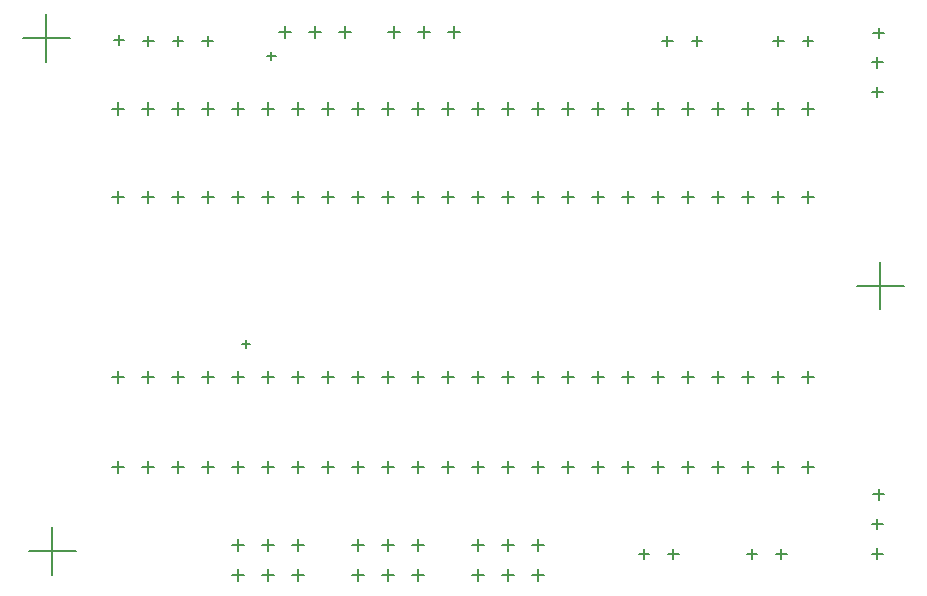
<source format=gbr>
%TF.GenerationSoftware,Altium Limited,Altium Designer,19.1.8 (144)*%
G04 Layer_Color=128*
%FSLAX26Y26*%
%MOIN*%
%TF.FileFunction,Drillmap*%
%TF.Part,Single*%
G01*
G75*
%TA.AperFunction,NonConductor*%
%ADD48C,0.005000*%
D48*
X2872284Y211575D02*
X2907716D01*
X2890000Y193858D02*
Y229291D01*
X2872284Y310000D02*
X2907716D01*
X2890000Y292284D02*
Y327716D01*
X2876220Y408425D02*
X2911653D01*
X2893937Y390709D02*
Y426142D01*
X2876220Y1946850D02*
X2911653D01*
X2893937Y1929134D02*
Y1964567D01*
X2872284Y1848425D02*
X2907716D01*
X2890000Y1830709D02*
Y1866142D01*
X2872284Y1750000D02*
X2907716D01*
X2890000Y1732284D02*
Y1767716D01*
X2640709Y1920000D02*
X2676142D01*
X2658425Y1902284D02*
Y1937716D01*
X2542284Y1920000D02*
X2577716D01*
X2560000Y1902284D02*
Y1937716D01*
X2093858Y210000D02*
X2129291D01*
X2111575Y192284D02*
Y227716D01*
X2192284Y210000D02*
X2227716D01*
X2210000Y192284D02*
Y227716D01*
X540000Y800000D02*
X580000D01*
X560000Y780000D02*
Y820000D01*
X740000Y800000D02*
X780000D01*
X760000Y780000D02*
Y820000D01*
X640000Y800000D02*
X680000D01*
X660000Y780000D02*
Y820000D01*
X440000Y800000D02*
X480000D01*
X460000Y780000D02*
Y820000D01*
X340000Y800000D02*
X380000D01*
X360000Y780000D02*
Y820000D01*
X1040000Y800000D02*
X1080000D01*
X1060000Y780000D02*
Y820000D01*
X940000Y800000D02*
X980000D01*
X960000Y780000D02*
Y820000D01*
X840000Y800000D02*
X880000D01*
X860000Y780000D02*
Y820000D01*
X1240000Y800000D02*
X1280000D01*
X1260000Y780000D02*
Y820000D01*
X1140000Y800000D02*
X1180000D01*
X1160000Y780000D02*
Y820000D01*
X440000Y1400000D02*
X480000D01*
X460000Y1380000D02*
Y1420000D01*
X340000Y1400000D02*
X380000D01*
X360000Y1380000D02*
Y1420000D01*
X640000Y1400000D02*
X680000D01*
X660000Y1380000D02*
Y1420000D01*
X540000Y1400000D02*
X580000D01*
X560000Y1380000D02*
Y1420000D01*
X840000Y1400000D02*
X880000D01*
X860000Y1380000D02*
Y1420000D01*
X740000Y1400000D02*
X780000D01*
X760000Y1380000D02*
Y1420000D01*
X1040000Y1400000D02*
X1080000D01*
X1060000Y1380000D02*
Y1420000D01*
X940000Y1400000D02*
X980000D01*
X960000Y1380000D02*
Y1420000D01*
X1240000Y1400000D02*
X1280000D01*
X1260000Y1380000D02*
Y1420000D01*
X1140000Y1400000D02*
X1180000D01*
X1160000Y1380000D02*
Y1420000D01*
X1740000Y800000D02*
X1780000D01*
X1760000Y780000D02*
Y820000D01*
X1940000Y800000D02*
X1980000D01*
X1960000Y780000D02*
Y820000D01*
X1840000Y800000D02*
X1880000D01*
X1860000Y780000D02*
Y820000D01*
X1440000Y800000D02*
X1480000D01*
X1460000Y780000D02*
Y820000D01*
X1340000Y800000D02*
X1380000D01*
X1360000Y780000D02*
Y820000D01*
X1640000Y800000D02*
X1680000D01*
X1660000Y780000D02*
Y820000D01*
X1540000Y800000D02*
X1580000D01*
X1560000Y780000D02*
Y820000D01*
X2140000Y800000D02*
X2180000D01*
X2160000Y780000D02*
Y820000D01*
X2040000Y800000D02*
X2080000D01*
X2060000Y780000D02*
Y820000D01*
X2340000Y800000D02*
X2380000D01*
X2360000Y780000D02*
Y820000D01*
X2240000Y800000D02*
X2280000D01*
X2260000Y780000D02*
Y820000D01*
X2640000Y800000D02*
X2680000D01*
X2660000Y780000D02*
Y820000D01*
X2440000Y800000D02*
X2480000D01*
X2460000Y780000D02*
Y820000D01*
X1740000Y1400000D02*
X1780000D01*
X1760000Y1380000D02*
Y1420000D01*
X1940000Y1400000D02*
X1980000D01*
X1960000Y1380000D02*
Y1420000D01*
X1840000Y1400000D02*
X1880000D01*
X1860000Y1380000D02*
Y1420000D01*
X1440000Y1400000D02*
X1480000D01*
X1460000Y1380000D02*
Y1420000D01*
X1340000Y1400000D02*
X1380000D01*
X1360000Y1380000D02*
Y1420000D01*
X1640000Y1400000D02*
X1680000D01*
X1660000Y1380000D02*
Y1420000D01*
X1540000Y1400000D02*
X1580000D01*
X1560000Y1380000D02*
Y1420000D01*
X2140000Y1400000D02*
X2180000D01*
X2160000Y1380000D02*
Y1420000D01*
X2040000Y1400000D02*
X2080000D01*
X2060000Y1380000D02*
Y1420000D01*
X2540000Y800000D02*
X2580000D01*
X2560000Y780000D02*
Y820000D01*
X2240000Y1400000D02*
X2280000D01*
X2260000Y1380000D02*
Y1420000D01*
X2440000Y1400000D02*
X2480000D01*
X2460000Y1380000D02*
Y1420000D01*
X2340000Y1400000D02*
X2380000D01*
X2360000Y1380000D02*
Y1420000D01*
X2640000Y1400000D02*
X2680000D01*
X2660000Y1380000D02*
Y1420000D01*
X2540000Y1400000D02*
X2580000D01*
X2560000Y1380000D02*
Y1420000D01*
X2172284Y1920000D02*
X2207716D01*
X2190000Y1902284D02*
Y1937716D01*
X2270709Y1920000D02*
X2306142D01*
X2288425Y1902284D02*
Y1937716D01*
X639134Y1920000D02*
X674567D01*
X656850Y1902284D02*
Y1937716D01*
X540709Y1920000D02*
X576142D01*
X558425Y1902284D02*
Y1937716D01*
X442284Y1920000D02*
X477716D01*
X460000Y1902284D02*
Y1937716D01*
X343858Y1923937D02*
X379291D01*
X361575Y1906220D02*
Y1941653D01*
X2552284Y210000D02*
X2587716D01*
X2570000Y192284D02*
Y227716D01*
X2453858Y210000D02*
X2489291D01*
X2471575Y192284D02*
Y227716D01*
X2539921Y1695000D02*
X2580079D01*
X2560000Y1674921D02*
Y1715079D01*
X2439921Y1695000D02*
X2480079D01*
X2460000Y1674921D02*
Y1715079D01*
X2339921Y1695000D02*
X2380079D01*
X2360000Y1674921D02*
Y1715079D01*
X2239921Y1695000D02*
X2280079D01*
X2260000Y1674921D02*
Y1715079D01*
X1839921Y1695000D02*
X1880079D01*
X1860000Y1674921D02*
Y1715079D01*
X1939921Y1695000D02*
X1980079D01*
X1960000Y1674921D02*
Y1715079D01*
X2039921Y1695000D02*
X2080079D01*
X2060000Y1674921D02*
Y1715079D01*
X2139921Y1695000D02*
X2180079D01*
X2160000Y1674921D02*
Y1715079D01*
X1439921Y1695000D02*
X1480079D01*
X1460000Y1674921D02*
Y1715079D01*
X1539921Y1695000D02*
X1580079D01*
X1560000Y1674921D02*
Y1715079D01*
X1639921Y1695000D02*
X1680079D01*
X1660000Y1674921D02*
Y1715079D01*
X1739921Y1695000D02*
X1780079D01*
X1760000Y1674921D02*
Y1715079D01*
X1039921Y1695000D02*
X1080079D01*
X1060000Y1674921D02*
Y1715079D01*
X1139921Y1695000D02*
X1180079D01*
X1160000Y1674921D02*
Y1715079D01*
X1239921Y1695000D02*
X1280079D01*
X1260000Y1674921D02*
Y1715079D01*
X1339921Y1695000D02*
X1380079D01*
X1360000Y1674921D02*
Y1715079D01*
X639921Y1695000D02*
X680079D01*
X660000Y1674921D02*
Y1715079D01*
X539921Y1695000D02*
X580079D01*
X560000Y1674921D02*
Y1715079D01*
X439921Y1695000D02*
X480079D01*
X460000Y1674921D02*
Y1715079D01*
X339921Y1695000D02*
X380079D01*
X360000Y1674921D02*
Y1715079D01*
X939921Y1695000D02*
X980079D01*
X960000Y1674921D02*
Y1715079D01*
X839921Y1695000D02*
X880079D01*
X860000Y1674921D02*
Y1715079D01*
X739921Y1695000D02*
X780079D01*
X760000Y1674921D02*
Y1715079D01*
X2639921Y1695000D02*
X2680079D01*
X2660000Y1674921D02*
Y1715079D01*
X1259921Y1950000D02*
X1300079D01*
X1280000Y1929921D02*
Y1970079D01*
X1359921Y1950000D02*
X1400079D01*
X1380000Y1929921D02*
Y1970079D01*
X1459921Y1950000D02*
X1500079D01*
X1480000Y1929921D02*
Y1970079D01*
X894921Y1950000D02*
X935079D01*
X915000Y1929921D02*
Y1970079D01*
X994921Y1950000D02*
X1035079D01*
X1015000Y1929921D02*
Y1970079D01*
X1094921Y1950000D02*
X1135079D01*
X1115000Y1929921D02*
Y1970079D01*
X439921Y500000D02*
X480079D01*
X460000Y479921D02*
Y520079D01*
X539921Y500000D02*
X580079D01*
X560000Y479921D02*
Y520079D01*
X639921Y500000D02*
X680079D01*
X660000Y479921D02*
Y520079D01*
X739921Y500000D02*
X780079D01*
X760000Y479921D02*
Y520079D01*
X1139921Y500000D02*
X1180079D01*
X1160000Y479921D02*
Y520079D01*
X1039921Y500000D02*
X1080079D01*
X1060000Y479921D02*
Y520079D01*
X939921Y500000D02*
X980079D01*
X960000Y479921D02*
Y520079D01*
X839921Y500000D02*
X880079D01*
X860000Y479921D02*
Y520079D01*
X1539921Y500000D02*
X1580079D01*
X1560000Y479921D02*
Y520079D01*
X1439921Y500000D02*
X1480079D01*
X1460000Y479921D02*
Y520079D01*
X1339921Y500000D02*
X1380079D01*
X1360000Y479921D02*
Y520079D01*
X1239921Y500000D02*
X1280079D01*
X1260000Y479921D02*
Y520079D01*
X1939921Y500000D02*
X1980079D01*
X1960000Y479921D02*
Y520079D01*
X1839921Y500000D02*
X1880079D01*
X1860000Y479921D02*
Y520079D01*
X1739921Y500000D02*
X1780079D01*
X1760000Y479921D02*
Y520079D01*
X1639921Y500000D02*
X1680079D01*
X1660000Y479921D02*
Y520079D01*
X2339921Y500000D02*
X2380079D01*
X2360000Y479921D02*
Y520079D01*
X2439921Y500000D02*
X2480079D01*
X2460000Y479921D02*
Y520079D01*
X2539921Y500000D02*
X2580079D01*
X2560000Y479921D02*
Y520079D01*
X2639921Y500000D02*
X2680079D01*
X2660000Y479921D02*
Y520079D01*
X2039921Y500000D02*
X2080079D01*
X2060000Y479921D02*
Y520079D01*
X2139921Y500000D02*
X2180079D01*
X2160000Y479921D02*
Y520079D01*
X2239921Y500000D02*
X2280079D01*
X2260000Y479921D02*
Y520079D01*
X339921Y500000D02*
X380079D01*
X360000Y479921D02*
Y520079D01*
X1539921Y140000D02*
X1580079D01*
X1560000Y119921D02*
Y160079D01*
X1639921Y140000D02*
X1680079D01*
X1660000Y119921D02*
Y160079D01*
X1739921Y140000D02*
X1780079D01*
X1760000Y119921D02*
Y160079D01*
X1539921Y240000D02*
X1580079D01*
X1560000Y219921D02*
Y260079D01*
X1639921Y240000D02*
X1680079D01*
X1660000Y219921D02*
Y260079D01*
X1739921Y240000D02*
X1780079D01*
X1760000Y219921D02*
Y260079D01*
X739921Y140000D02*
X780079D01*
X760000Y119921D02*
Y160079D01*
X839921Y140000D02*
X880079D01*
X860000Y119921D02*
Y160079D01*
X939921Y140000D02*
X980079D01*
X960000Y119921D02*
Y160079D01*
X739921Y240000D02*
X780079D01*
X760000Y219921D02*
Y260079D01*
X839921Y240000D02*
X880079D01*
X860000Y219921D02*
Y260079D01*
X939921Y240000D02*
X980079D01*
X960000Y219921D02*
Y260079D01*
X1139921Y140000D02*
X1180079D01*
X1160000Y119921D02*
Y160079D01*
X1239921Y140000D02*
X1280079D01*
X1260000Y119921D02*
Y160079D01*
X1339921Y140000D02*
X1380079D01*
X1360000Y119921D02*
Y160079D01*
X1139921Y240000D02*
X1180079D01*
X1160000Y219921D02*
Y260079D01*
X1239921Y240000D02*
X1280079D01*
X1260000Y219921D02*
Y260079D01*
X1339921Y240000D02*
X1380079D01*
X1360000Y219921D02*
Y260079D01*
X41260Y1930000D02*
X198740D01*
X120000Y1851260D02*
Y2008740D01*
X61260Y220000D02*
X218740D01*
X140000Y141260D02*
Y298740D01*
X2821260Y1105000D02*
X2978740D01*
X2900000Y1026260D02*
Y1183740D01*
X856000Y1870000D02*
X884000D01*
X870000Y1856000D02*
Y1884000D01*
X771000Y910000D02*
X799000D01*
X785000Y896000D02*
Y924000D01*
%TF.MD5,2abf7f6724999027fe46a9622fc898ed*%
M02*

</source>
